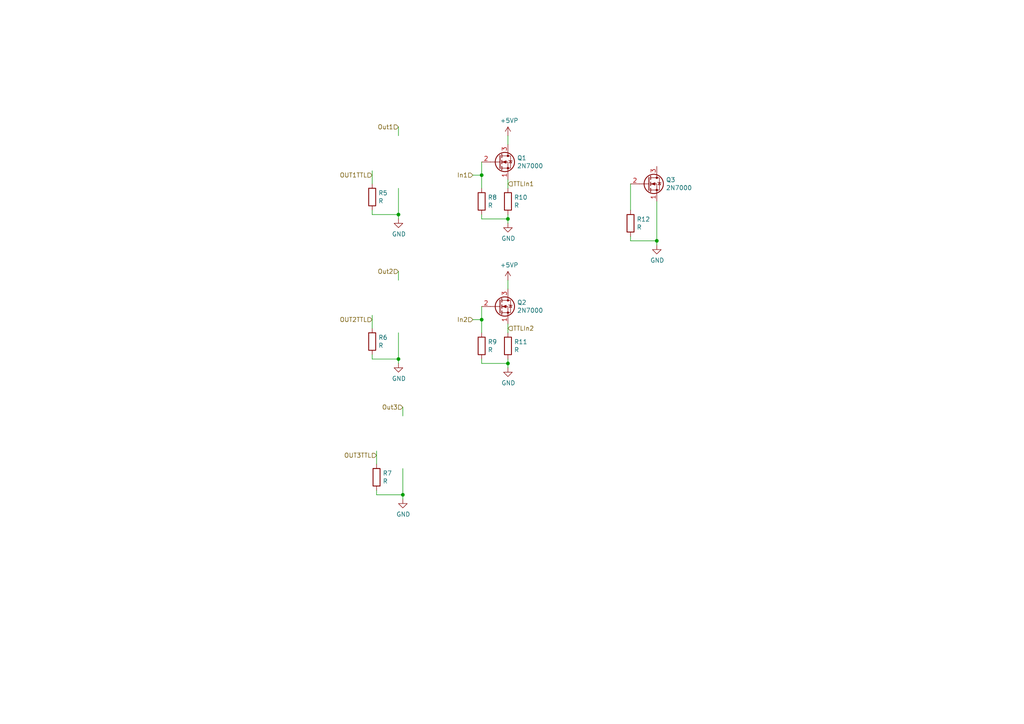
<source format=kicad_sch>
(kicad_sch (version 20211123) (generator eeschema)
  (paper "A4")
  (lib_symbols
    (symbol "Device:R" (pin_numbers hide) (pin_names (offset 0))
      (property "Reference" "R" (at 2.032 0 90))
      (property "Value" "R" (at 0 0 90))
      (symbol "R_0_1"
        (rectangle (start -1.016 -2.54) (end 1.016 2.54) (stroke (width 0.254)))
      )
      (symbol "R_1_1"
        (pin passive line (at 0 3.81 270) (length 1.27) (name "~") (number "1"))
        (pin passive line (at 0 -3.81 90) (length 1.27) (name "~") (number "2"))
      )
    )
    (symbol "Transistor_FET:2N7000" (pin_names hide)
      (property "Reference" "Q" (at 5.08 1.905 0))
      (property "Value" "2N7000" (at 5.08 0 0))
      (symbol "2N7000_0_1"
        (polyline (pts (xy 0.254 0) (xy -2.54 0)))
        (polyline (pts (xy 0.254 1.905) (xy 0.254 -1.905)) (stroke (width 0.254)))
        (polyline (pts (xy 0.762 -1.27) (xy 0.762 -2.286)) (stroke (width 0.254)))
        (polyline (pts (xy 0.762 0.508) (xy 0.762 -0.508)) (stroke (width 0.254)))
        (polyline (pts (xy 0.762 2.286) (xy 0.762 1.27)) (stroke (width 0.254)))
        (polyline (pts (xy 2.54 2.54) (xy 2.54 1.778)))
        (polyline (pts (xy 2.54 -2.54) (xy 2.54 0) (xy 0.762 0)))
        (polyline (pts (xy 0.762 -1.778) (xy 3.302 -1.778) (xy 3.302 1.778) (xy 0.762 1.778)))
        (polyline (pts (xy 1.016 0) (xy 2.032 0.381) (xy 2.032 -0.381) (xy 1.016 0)) (fill (type outline)))
        (polyline (pts (xy 2.794 0.508) (xy 2.921 0.381) (xy 3.683 0.381) (xy 3.81 0.254)))
        (polyline (pts (xy 3.302 0.381) (xy 2.921 -0.254) (xy 3.683 -0.254) (xy 3.302 0.381)))
        (circle (center 1.651 0) (radius 2.794) (stroke (width 0.254)))
        (circle (center 2.54 -1.778) (radius 0.254) (fill (type outline)))
        (circle (center 2.54 1.778) (radius 0.254) (fill (type outline)))
      )
      (symbol "2N7000_1_1"
        (pin passive line (at 2.54 -5.08 90) (length 2.54) (name "S") (number "1"))
        (pin input line (at -5.08 0 0) (length 2.54) (name "G") (number "2"))
        (pin passive line (at 2.54 5.08 270) (length 2.54) (name "D") (number "3"))
      )
    )
    (symbol "power:+5VP" (power) (pin_names (offset 0))
      (property "Value" "+5VP" (at 0 3.556 0))
      (symbol "+5VP_0_1"
        (polyline (pts (xy -0.762 1.27) (xy 0 2.54)))
        (polyline (pts (xy 0 0) (xy 0 2.54)))
        (polyline (pts (xy 0 2.54) (xy 0.762 1.27)))
      )
      (symbol "+5VP_1_1"
        (pin power_in line (at 0 0 90) (length 0) hide (name "+5VP") (number "1"))
      )
    )
    (symbol "power:GND" (power) (pin_names (offset 0))
      (property "Value" "GND" (at 0 -3.81 0))
      (symbol "GND_0_1"
        (polyline (pts (xy 0 0) (xy 0 -1.27) (xy 1.27 -1.27) (xy 0 -2.54) (xy -1.27 -1.27) (xy 0 -1.27)))
      )
      (symbol "GND_1_1"
        (pin power_in line (at 0 0 270) (length 0) hide (name "GND") (number "1"))
      )
    )
  )
  (junction (at 139.7 92.71))
  (junction (at 116.84 143.51))
  (junction (at 147.32 105.41))
  (junction (at 115.57 104.14))
  (junction (at 115.57 62.23))
  (junction (at 190.5 69.85))
  (junction (at 147.32 63.5))
  (junction (at 139.7 50.8))
  (wire (pts (xy 139.7 105.41) (xy 147.32 105.41)))
  (wire (pts (xy 107.95 49.53) (xy 107.95 53.34)))
  (wire (pts (xy 109.22 130.81) (xy 109.22 134.62)))
  (wire (pts (xy 147.32 83.82) (xy 147.32 81.28)))
  (wire (pts (xy 115.57 54.61) (xy 115.57 62.23)))
  (wire (pts (xy 139.7 96.52) (xy 139.7 92.71)))
  (wire (pts (xy 137.16 50.8) (xy 139.7 50.8)))
  (wire (pts (xy 139.7 63.5) (xy 147.32 63.5)))
  (wire (pts (xy 190.5 58.42) (xy 190.5 69.85)))
  (wire (pts (xy 139.7 54.61) (xy 139.7 50.8)))
  (wire (pts (xy 147.32 41.91) (xy 147.32 39.37)))
  (wire (pts (xy 115.57 63.5) (xy 115.57 62.23)))
  (wire (pts (xy 107.95 102.87) (xy 107.95 104.14)))
  (wire (pts (xy 139.7 92.71) (xy 139.7 88.9)))
  (wire (pts (xy 147.32 106.68) (xy 147.32 105.41)))
  (wire (pts (xy 147.32 96.52) (xy 147.32 93.98)))
  (wire (pts (xy 107.95 60.96) (xy 107.95 62.23)))
  (wire (pts (xy 116.84 120.65) (xy 116.84 118.11)))
  (wire (pts (xy 139.7 104.14) (xy 139.7 105.41)))
  (wire (pts (xy 137.16 92.71) (xy 139.7 92.71)))
  (wire (pts (xy 115.57 39.37) (xy 115.57 36.83)))
  (wire (pts (xy 116.84 135.89) (xy 116.84 143.51)))
  (wire (pts (xy 115.57 105.41) (xy 115.57 104.14)))
  (wire (pts (xy 115.57 81.28) (xy 115.57 78.74)))
  (wire (pts (xy 147.32 54.61) (xy 147.32 52.07)))
  (wire (pts (xy 147.32 63.5) (xy 147.32 62.23)))
  (wire (pts (xy 109.22 143.51) (xy 116.84 143.51)))
  (wire (pts (xy 109.22 142.24) (xy 109.22 143.51)))
  (wire (pts (xy 139.7 62.23) (xy 139.7 63.5)))
  (wire (pts (xy 115.57 96.52) (xy 115.57 104.14)))
  (wire (pts (xy 182.88 68.58) (xy 182.88 69.85)))
  (wire (pts (xy 139.7 50.8) (xy 139.7 46.99)))
  (wire (pts (xy 182.88 69.85) (xy 190.5 69.85)))
  (wire (pts (xy 147.32 64.77) (xy 147.32 63.5)))
  (wire (pts (xy 116.84 144.78) (xy 116.84 143.51)))
  (wire (pts (xy 107.95 62.23) (xy 115.57 62.23)))
  (wire (pts (xy 147.32 105.41) (xy 147.32 104.14)))
  (wire (pts (xy 190.5 71.12) (xy 190.5 69.85)))
  (wire (pts (xy 182.88 53.34) (xy 182.88 60.96)))
  (wire (pts (xy 107.95 91.44) (xy 107.95 95.25)))
  (wire (pts (xy 107.95 104.14) (xy 115.57 104.14)))
  (hierarchical_label "OUT2TTL" (shape input) (at 107.95 92.71 180))
  (hierarchical_label "In2" (shape input) (at 137.16 92.71 180))
  (hierarchical_label "Out2" (shape input) (at 115.57 78.74 180))
  (hierarchical_label "OUT3TTL" (shape input) (at 109.22 132.08 180))
  (hierarchical_label "In1" (shape input) (at 137.16 50.8 180))
  (hierarchical_label "OUT1TTL" (shape input) (at 107.95 50.8 180))
  (hierarchical_label "TTLIn2" (shape input) (at 147.32 95.25 0))
  (hierarchical_label "Out1" (shape input) (at 115.57 36.83 180))
  (hierarchical_label "TTLIn1" (shape input) (at 147.32 53.34 0))
  (hierarchical_label "Out3" (shape input) (at 116.84 118.11 180))
  (symbol (lib_id "Device:R") (at 109.22 138.43 0) (unit 1)
    (property "Reference" "R7" (at 110.998 137.2616 0) (effects (justify left)))
    (property "Value" "R" (at 110.998 139.573 0) (effects (justify left)))
    (property "Footprint" "Resistor_THT:R_Axial_DIN0207_L6.3mm_D2.5mm_P5.08mm_Vertical" (effects hide))
  )
  (symbol (lib_id "power:GND") (at 116.84 144.78 0) (unit 1)
    (property "Reference" "#PWR037" (effects hide))
    (property "Value" "GND" (at 116.967 149.1742 0))
  )
  (symbol (lib_id "Transistor_FET:2N7000") (at 187.96 53.34 0) (unit 1)
    (property "Reference" "Q3" (at 193.1416 52.1716 0) (effects (justify left)))
    (property "Value" "2N7000" (at 193.1416 54.483 0) (effects (justify left)))
    (property "Footprint" "Package_TO_SOT_THT:TO-92_Inline" (effects hide))
    (property "Datasheet" "https://www.onsemi.com/pub/Collateral/NDS7002A-D.PDF" (effects hide))
  )
  (symbol (lib_id "Device:R") (at 182.88 64.77 0) (unit 1)
    (property "Reference" "R12" (at 184.658 63.6016 0) (effects (justify left)))
    (property "Value" "R" (at 184.658 65.913 0) (effects (justify left)))
    (property "Footprint" "Resistor_THT:R_Axial_DIN0207_L6.3mm_D2.5mm_P5.08mm_Vertical" (effects hide))
  )
  (symbol (lib_id "power:GND") (at 190.5 71.12 0) (unit 1)
    (property "Reference" "#PWR042" (effects hide))
    (property "Value" "GND" (at 190.627 75.5142 0))
  )
  (symbol (lib_id "Device:R") (at 107.95 99.06 0) (unit 1)
    (property "Reference" "R6" (at 109.728 97.8916 0) (effects (justify left)))
    (property "Value" "R" (at 109.728 100.203 0) (effects (justify left)))
    (property "Footprint" "Resistor_THT:R_Axial_DIN0207_L6.3mm_D2.5mm_P5.08mm_Vertical" (effects hide))
  )
  (symbol (lib_id "power:GND") (at 115.57 105.41 0) (unit 1)
    (property "Reference" "#PWR036" (effects hide))
    (property "Value" "GND" (at 115.697 109.8042 0))
  )
  (symbol (lib_id "Transistor_FET:2N7000") (at 144.78 88.9 0) (unit 1)
    (property "Reference" "Q2" (at 149.9616 87.7316 0) (effects (justify left)))
    (property "Value" "2N7000" (at 149.9616 90.043 0) (effects (justify left)))
    (property "Footprint" "Package_TO_SOT_THT:TO-92_Inline" (effects hide))
    (property "Datasheet" "https://www.onsemi.com/pub/Collateral/NDS7002A-D.PDF" (effects hide))
  )
  (symbol (lib_id "Device:R") (at 147.32 100.33 0) (unit 1)
    (property "Reference" "R11" (at 149.098 99.1616 0) (effects (justify left)))
    (property "Value" "R" (at 149.098 101.473 0) (effects (justify left)))
    (property "Footprint" "Resistor_THT:R_Axial_DIN0207_L6.3mm_D2.5mm_P5.08mm_Vertical" (effects hide))
  )
  (symbol (lib_id "Device:R") (at 139.7 100.33 0) (unit 1)
    (property "Reference" "R9" (at 141.478 99.1616 0) (effects (justify left)))
    (property "Value" "R" (at 141.478 101.473 0) (effects (justify left)))
    (property "Footprint" "Resistor_THT:R_Axial_DIN0207_L6.3mm_D2.5mm_P5.08mm_Vertical" (effects hide))
  )
  (symbol (lib_id "power:GND") (at 147.32 106.68 0) (unit 1)
    (property "Reference" "#PWR041" (effects hide))
    (property "Value" "GND" (at 147.447 111.0742 0))
  )
  (symbol (lib_id "power:+5VP") (at 147.32 81.28 0) (unit 1)
    (property "Reference" "#PWR040" (effects hide))
    (property "Value" "+5VP" (at 147.701 76.8858 0))
  )
  (symbol (lib_id "Device:R") (at 107.95 57.15 0) (unit 1)
    (property "Reference" "R5" (at 109.728 55.9816 0) (effects (justify left)))
    (property "Value" "R" (at 109.728 58.293 0) (effects (justify left)))
    (property "Footprint" "Resistor_THT:R_Axial_DIN0207_L6.3mm_D2.5mm_P5.08mm_Vertical" (effects hide))
  )
  (symbol (lib_id "power:GND") (at 115.57 63.5 0) (unit 1)
    (property "Reference" "#PWR035" (effects hide))
    (property "Value" "GND" (at 115.697 67.8942 0))
  )
  (symbol (lib_id "Transistor_FET:2N7000") (at 144.78 46.99 0) (unit 1)
    (property "Reference" "Q1" (at 149.9616 45.8216 0) (effects (justify left)))
    (property "Value" "2N7000" (at 149.9616 48.133 0) (effects (justify left)))
    (property "Footprint" "Package_TO_SOT_THT:TO-92_Inline" (effects hide))
    (property "Datasheet" "https://www.onsemi.com/pub/Collateral/NDS7002A-D.PDF" (effects hide))
  )
  (symbol (lib_id "Device:R") (at 147.32 58.42 0) (unit 1)
    (property "Reference" "R10" (at 149.098 57.2516 0) (effects (justify left)))
    (property "Value" "R" (at 149.098 59.563 0) (effects (justify left)))
    (property "Footprint" "Resistor_THT:R_Axial_DIN0207_L6.3mm_D2.5mm_P5.08mm_Vertical" (effects hide))
  )
  (symbol (lib_id "Device:R") (at 139.7 58.42 0) (unit 1)
    (property "Reference" "R8" (at 141.478 57.2516 0) (effects (justify left)))
    (property "Value" "R" (at 141.478 59.563 0) (effects (justify left)))
    (property "Footprint" "Resistor_THT:R_Axial_DIN0207_L6.3mm_D2.5mm_P5.08mm_Vertical" (effects hide))
  )
  (symbol (lib_id "power:GND") (at 147.32 64.77 0) (unit 1)
    (property "Reference" "#PWR039" (effects hide))
    (property "Value" "GND" (at 147.447 69.1642 0))
  )
  (symbol (lib_id "power:+5VP") (at 147.32 39.37 0) (unit 1)
    (property "Reference" "#PWR038" (effects hide))
    (property "Value" "+5VP" (at 147.701 34.9758 0))
  )
)
</source>
